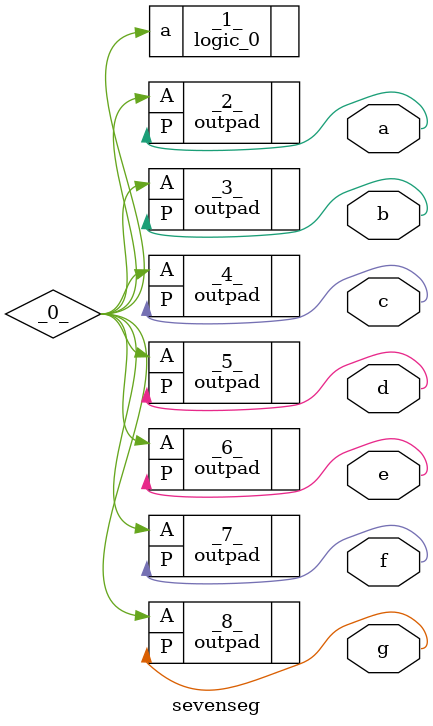
<source format=v>
/* Generated by Yosys 0.9+2406 (git sha1 9ac3484, x86_64-conda_cos6-linux-gnu-gcc 1.24.0.133_b0863d8_dirty -fvisibility-inlines-hidden -fmessage-length=0 -march=nocona -mtune=haswell -ftree-vectorize -fPIC -fstack-protector-strong -fno-plt -O2 -ffunction-sections -fdebug-prefix-map=/root/anaconda3/conda-bld/yosys_1607410735049/work=/usr/local/src/conda/yosys-0.8.0_0003_e80fb742f_20201208_122808 -fdebug-prefix-map=/home/srinivaas/qorc-sdk/fpga_toolchain_install/v1.3.1/conda=/usr/local/src/conda-prefix -fPIC -Os) */

(* top =  1  *)
(* src = "/home/srinivaas/vaman_exp/sevenseg/ic7447.v:1.1-7.10" *)
module sevenseg(a, b, c, d, e, f, g);
  wire _0_;
  (* src = "/home/srinivaas/vaman_exp/sevenseg/ic7447.v:2.8-2.9" *)
  output a;
  (* src = "/home/srinivaas/vaman_exp/sevenseg/ic7447.v:2.10-2.11" *)
  output b;
  (* src = "/home/srinivaas/vaman_exp/sevenseg/ic7447.v:2.12-2.13" *)
  output c;
  (* src = "/home/srinivaas/vaman_exp/sevenseg/ic7447.v:2.14-2.15" *)
  output d;
  (* src = "/home/srinivaas/vaman_exp/sevenseg/ic7447.v:2.16-2.17" *)
  output e;
  (* src = "/home/srinivaas/vaman_exp/sevenseg/ic7447.v:2.18-2.19" *)
  output f;
  (* src = "/home/srinivaas/vaman_exp/sevenseg/ic7447.v:2.20-2.21" *)
  output g;
  logic_0 _1_ (
    .a(_0_)
  );
  (* keep = 32'd1 *)
  outpad #(
    .IO_LOC("X14Y3"),
    .IO_PAD("64"),
    .IO_TYPE("BIDIR")
  ) _2_ (
    .A(_0_),
    .P(a)
  );
  (* keep = 32'd1 *)
  outpad #(
    .IO_LOC("X16Y3"),
    .IO_PAD("62"),
    .IO_TYPE("BIDIR")
  ) _3_ (
    .A(_0_),
    .P(b)
  );
  (* keep = 32'd1 *)
  outpad #(
    .IO_LOC("X22Y3"),
    .IO_PAD("60"),
    .IO_TYPE("BIDIR")
  ) _4_ (
    .A(_0_),
    .P(c)
  );
  (* keep = 32'd1 *)
  outpad #(
    .IO_LOC("X24Y3"),
    .IO_PAD("59"),
    .IO_TYPE("BIDIR")
  ) _5_ (
    .A(_0_),
    .P(d)
  );
  (* keep = 32'd1 *)
  outpad #(
    .IO_LOC("X26Y3"),
    .IO_PAD("57"),
    .IO_TYPE("BIDIR")
  ) _6_ (
    .A(_0_),
    .P(e)
  );
  (* keep = 32'd1 *)
  outpad #(
    .IO_LOC("X28Y3"),
    .IO_PAD("56"),
    .IO_TYPE("BIDIR")
  ) _7_ (
    .A(_0_),
    .P(f)
  );
  (* keep = 32'd1 *)
  outpad #(
    .IO_LOC("X30Y3"),
    .IO_PAD("55"),
    .IO_TYPE("BIDIR")
  ) _8_ (
    .A(_0_),
    .P(g)
  );
endmodule

</source>
